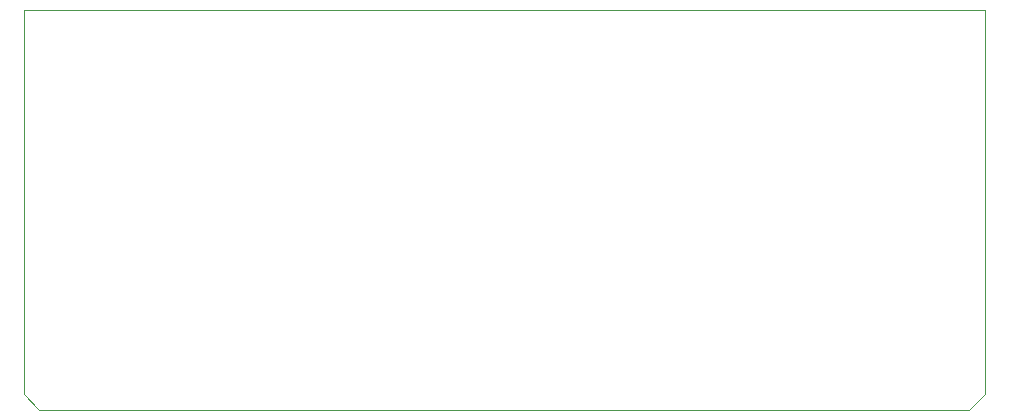
<source format=gbr>
G04 #@! TF.GenerationSoftware,KiCad,Pcbnew,(5.1.5)-3*
G04 #@! TF.CreationDate,2021-09-16T15:53:37+03:00*
G04 #@! TF.ProjectId,ISARPiv2,49534152-5069-4763-922e-6b696361645f,rev?*
G04 #@! TF.SameCoordinates,Original*
G04 #@! TF.FileFunction,Profile,NP*
%FSLAX46Y46*%
G04 Gerber Fmt 4.6, Leading zero omitted, Abs format (unit mm)*
G04 Created by KiCad (PCBNEW (5.1.5)-3) date 2021-09-16 15:53:37*
%MOMM*%
%LPD*%
G04 APERTURE LIST*
%ADD10C,0.050000*%
G04 APERTURE END LIST*
D10*
X170650000Y-60000000D02*
X89350000Y-60000000D01*
X170650000Y-86200000D02*
X170650000Y-60000000D01*
X170650000Y-92500000D02*
X170650000Y-86200000D01*
X169350000Y-93800000D02*
X170650000Y-92500000D01*
X90600000Y-93800000D02*
X169350000Y-93800000D01*
X89350000Y-92500000D02*
X89350000Y-60000000D01*
X90600000Y-93800000D02*
X89350000Y-92500000D01*
M02*

</source>
